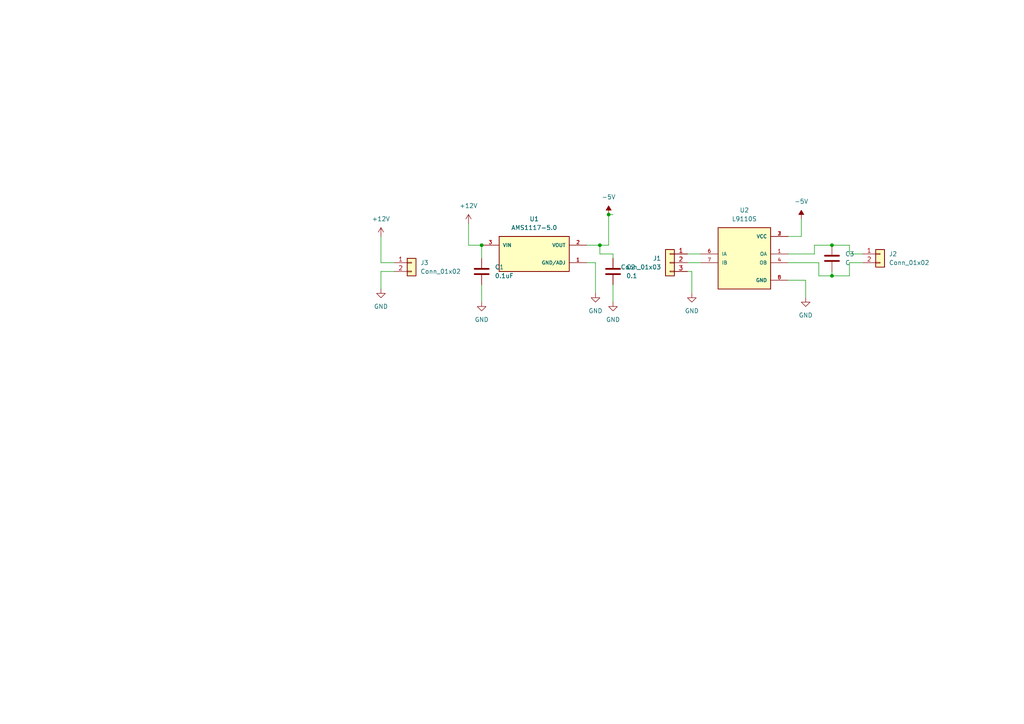
<source format=kicad_sch>
(kicad_sch (version 20230121) (generator eeschema)
  (paper "A4")
  (lib_symbols
    (symbol "AMS1117-5.0:AMS1117-5.0" (pin_names (offset 1.016))
      (property "Reference" "U" (at -10.16 5.5921 0))
      (property "Value" "AMS1117-5.0" (at -10.16 -8.1379 0))
      (symbol "AMS1117-5.0_0_0"
        (rectangle (start -10.16 -5.08) (end 10.16 5.08) (stroke (width 0.254)) (fill (type background)))
        (pin power_in line (at 15.24 -2.54 180) (length 5.08) (name "GND/ADJ") (number "1"))
        (pin output line (at 15.24 2.54 180) (length 5.08) (name "VOUT") (number "2"))
        (pin input line (at -15.24 2.54 0) (length 5.08) (name "VIN") (number "3"))
      )
    )
    (symbol "Connector_Generic:Conn_01x02" (pin_names (offset 1.016) hide)
      (property "Reference" "J" (at 0 2.54 0))
      (property "Value" "Conn_01x02" (at 0 -5.08 0))
      (symbol "Conn_01x02_1_1"
        (rectangle (start -1.27 -2.413) (end 0 -2.667) (stroke (width 0.1524)))
        (rectangle (start -1.27 0.127) (end 0 -0.127) (stroke (width 0.1524)))
        (rectangle (start -1.27 1.27) (end 1.27 -3.81) (stroke (width 0.254)) (fill (type background)))
        (pin passive line (at -5.08 0 0) (length 3.81) (name "Pin_1") (number "1"))
        (pin passive line (at -5.08 -2.54 0) (length 3.81) (name "Pin_2") (number "2"))
      )
    )
    (symbol "Connector_Generic:Conn_01x03" (pin_names (offset 1.016) hide)
      (property "Reference" "J" (at 0 5.08 0))
      (property "Value" "Conn_01x03" (at 0 -5.08 0))
      (symbol "Conn_01x03_1_1"
        (rectangle (start -1.27 -2.413) (end 0 -2.667) (stroke (width 0.1524)))
        (rectangle (start -1.27 0.127) (end 0 -0.127) (stroke (width 0.1524)))
        (rectangle (start -1.27 2.667) (end 0 2.413) (stroke (width 0.1524)))
        (rectangle (start -1.27 3.81) (end 1.27 -3.81) (stroke (width 0.254)) (fill (type background)))
        (pin passive line (at -5.08 2.54 0) (length 3.81) (name "Pin_1") (number "1"))
        (pin passive line (at -5.08 0 0) (length 3.81) (name "Pin_2") (number "2"))
        (pin passive line (at -5.08 -2.54 0) (length 3.81) (name "Pin_3") (number "3"))
      )
    )
    (symbol "Device:C" (pin_numbers hide) (pin_names (offset 0.254))
      (property "Reference" "C" (at 0.635 2.54 0))
      (property "Value" "C" (at 0.635 -2.54 0))
      (symbol "C_0_1"
        (polyline (pts (xy -2.032 -0.762) (xy 2.032 -0.762)) (stroke (width 0.508)))
        (polyline (pts (xy -2.032 0.762) (xy 2.032 0.762)) (stroke (width 0.508)))
      )
      (symbol "C_1_1"
        (pin passive line (at 0 3.81 270) (length 2.794) (name "~") (number "1"))
        (pin passive line (at 0 -3.81 90) (length 2.794) (name "~") (number "2"))
      )
    )
    (symbol "L9110S:L9110S" (pin_names (offset 1.016))
      (property "Reference" "U" (at -7.62 10.922 0))
      (property "Value" "L9110S" (at -7.62 -10.16 0))
      (symbol "L9110S_0_0"
        (rectangle (start -7.62 -7.62) (end 7.62 10.16) (stroke (width 0.254)) (fill (type background)))
        (pin output line (at 12.7 2.54 180) (length 5.08) (name "OA") (number "1"))
        (pin power_in line (at 12.7 7.62 180) (length 5.08) (name "VCC") (number "2"))
        (pin power_in line (at 12.7 7.62 180) (length 5.08) (name "VCC") (number "3"))
        (pin output line (at 12.7 0 180) (length 5.08) (name "OB") (number "4"))
        (pin power_in line (at 12.7 -5.08 180) (length 5.08) (name "GND") (number "5"))
        (pin input line (at -12.7 2.54 0) (length 5.08) (name "IA") (number "6"))
        (pin input line (at -12.7 0 0) (length 5.08) (name "IB") (number "7"))
        (pin power_in line (at 12.7 -5.08 180) (length 5.08) (name "GND") (number "8"))
      )
    )
    (symbol "power:+12V" (power) (pin_names (offset 0))
      (property "Value" "+12V" (at 0 3.556 0))
      (symbol "+12V_0_1"
        (polyline (pts (xy -0.762 1.27) (xy 0 2.54)))
        (polyline (pts (xy 0 0) (xy 0 2.54)))
        (polyline (pts (xy 0 2.54) (xy 0.762 1.27)))
      )
      (symbol "+12V_1_1"
        (pin power_in line (at 0 0 90) (length 0) hide (name "+12V") (number "1"))
      )
    )
    (symbol "power:-5V" (power) (pin_names (offset 0))
      (property "Value" "-5V" (at 0 3.81 0))
      (symbol "-5V_0_0"
        (pin power_in line (at 0 0 90) (length 0) hide (name "-5V") (number "1"))
      )
      (symbol "-5V_0_1"
        (polyline (pts (xy 0 0) (xy 0 1.27) (xy 0.762 1.27) (xy 0 2.54) (xy -0.762 1.27) (xy 0 1.27)) (fill (type outline)))
      )
    )
    (symbol "power:GND" (power) (pin_names (offset 0))
      (property "Value" "GND" (at 0 -3.81 0))
      (symbol "GND_0_1"
        (polyline (pts (xy 0 0) (xy 0 -1.27) (xy 1.27 -1.27) (xy 0 -2.54) (xy -1.27 -1.27) (xy 0 -1.27)))
      )
      (symbol "GND_1_1"
        (pin power_in line (at 0 0 270) (length 0) hide (name "GND") (number "1"))
      )
    )
  )
  (junction (at 241.3 80.01))
  (junction (at 176.53 62.23))
  (junction (at 139.7 71.12))
  (junction (at 173.99 71.12))
  (junction (at 241.3 71.12))
  (wire (pts (xy 177.8 74.93) (xy 177.8 73.66)))
  (wire (pts (xy 199.39 78.74) (xy 200.66 78.74)))
  (wire (pts (xy 114.3 76.2) (xy 110.49 76.2)))
  (wire (pts (xy 241.3 80.01) (xy 246.38 80.01)))
  (wire (pts (xy 170.18 71.12) (xy 173.99 71.12)))
  (wire (pts (xy 246.38 76.2) (xy 250.19 76.2)))
  (wire (pts (xy 110.49 68.58) (xy 110.49 76.2)))
  (wire (pts (xy 237.49 80.01) (xy 241.3 80.01)))
  (wire (pts (xy 228.6 68.58) (xy 232.41 68.58)))
  (wire (pts (xy 173.99 71.12) (xy 176.53 71.12)))
  (wire (pts (xy 177.8 82.55) (xy 177.8 87.63)))
  (wire (pts (xy 236.22 73.66) (xy 236.22 71.12)))
  (wire (pts (xy 233.68 81.28) (xy 233.68 86.36)))
  (wire (pts (xy 172.72 76.2) (xy 172.72 85.09)))
  (wire (pts (xy 246.38 73.66) (xy 250.19 73.66)))
  (wire (pts (xy 228.6 81.28) (xy 233.68 81.28)))
  (wire (pts (xy 173.99 73.66) (xy 173.99 71.12)))
  (wire (pts (xy 246.38 80.01) (xy 246.38 76.2)))
  (wire (pts (xy 176.53 62.23) (xy 177.8 62.23)))
  (wire (pts (xy 199.39 73.66) (xy 203.2 73.66)))
  (wire (pts (xy 135.89 71.12) (xy 139.7 71.12)))
  (wire (pts (xy 139.7 82.55) (xy 139.7 87.63)))
  (wire (pts (xy 246.38 71.12) (xy 246.38 73.66)))
  (wire (pts (xy 114.3 78.74) (xy 110.49 78.74)))
  (wire (pts (xy 110.49 78.74) (xy 110.49 83.82)))
  (wire (pts (xy 199.39 76.2) (xy 203.2 76.2)))
  (wire (pts (xy 228.6 76.2) (xy 237.49 76.2)))
  (wire (pts (xy 237.49 76.2) (xy 237.49 80.01)))
  (wire (pts (xy 135.89 64.77) (xy 135.89 71.12)))
  (wire (pts (xy 176.53 71.12) (xy 176.53 62.23)))
  (wire (pts (xy 177.8 73.66) (xy 173.99 73.66)))
  (wire (pts (xy 139.7 71.12) (xy 139.7 74.93)))
  (wire (pts (xy 228.6 73.66) (xy 236.22 73.66)))
  (wire (pts (xy 241.3 78.74) (xy 241.3 80.01)))
  (wire (pts (xy 236.22 71.12) (xy 241.3 71.12)))
  (wire (pts (xy 232.41 68.58) (xy 232.41 63.5)))
  (wire (pts (xy 200.66 78.74) (xy 200.66 85.09)))
  (wire (pts (xy 170.18 76.2) (xy 172.72 76.2)))
  (wire (pts (xy 241.3 71.12) (xy 246.38 71.12)))
  (symbol (lib_id "power:GND") (at 177.8 87.63 0) (unit 1)
    (property "Reference" "#PWR07" (effects hide))
    (property "Value" "GND" (at 177.8 92.71 0))
  )
  (symbol (lib_id "AMS1117-5.0:AMS1117-5.0") (at 154.94 73.66 0) (unit 1)
    (property "Reference" "U1" (at 154.94 63.5 0))
    (property "Value" "AMS1117-5.0" (at 154.94 66.04 0))
    (property "Footprint" "AMS1117-5.0:SOT229P700X180-4N" (effects hide))
    (property "MF" "ams" (effects hide))
    (property "MAXIMUM_PACKAGE_HEIGHT" "1.80mm" (effects hide))
    (property "Package" "SOT-223 Seeed Technology" (effects hide))
    (property "Price" "None" (effects hide))
    (property "Check_prices" "https://www.snapeda.com/parts/AMS1117-5.0/ams/view-part/?ref=eda" (effects hide))
    (property "STANDARD" "IPC-7351B" (effects hide))
    (property "PARTREV" "N/A" (effects hide))
    (property "SnapEDA_Link" "https://www.snapeda.com/parts/AMS1117-5.0/ams/view-part/?ref=snap" (effects hide))
    (property "MP" "AMS1117-5.0" (effects hide))
    (property "Description" "\n1A LOW DROPOUT VOLTAGE REGULATOR\n" (effects hide))
    (property "Availability" "Not in stock" (effects hide))
    (property "MANUFACTURER" "Advanced Monolithic Systems" (effects hide))
  )
  (symbol (lib_id "Connector_Generic:Conn_01x02") (at 119.38 76.2 0) (unit 1)
    (property "Reference" "J3" (at 121.92 76.2 0) (effects (justify left)))
    (property "Value" "Conn_01x02" (at 121.92 78.74 0) (effects (justify left)))
    (property "Footprint" "Connector_PinHeader_2.54mm:PinHeader_1x02_P2.54mm_Vertical" (effects hide))
  )
  (symbol (lib_id "power:GND") (at 200.66 85.09 0) (unit 1)
    (property "Reference" "#PWR010" (effects hide))
    (property "Value" "GND" (at 200.66 90.17 0))
  )
  (symbol (lib_id "power:GND") (at 110.49 83.82 0) (unit 1)
    (property "Reference" "#PWR02" (effects hide))
    (property "Value" "GND" (at 110.49 88.9 0))
  )
  (symbol (lib_id "power:+12V") (at 110.49 68.58 0) (unit 1)
    (property "Reference" "#PWR01" (effects hide))
    (property "Value" "+12V" (at 110.49 63.5 0))
  )
  (symbol (lib_id "Connector_Generic:Conn_01x02") (at 255.27 73.66 0) (unit 1)
    (property "Reference" "J2" (at 257.81 73.66 0) (effects (justify left)))
    (property "Value" "Conn_01x02" (at 257.81 76.2 0) (effects (justify left)))
    (property "Footprint" "Connector_PinHeader_2.54mm:PinHeader_1x02_P2.54mm_Vertical" (effects hide))
  )
  (symbol (lib_id "power:+12V") (at 135.89 64.77 0) (unit 1)
    (property "Reference" "#PWR04" (effects hide))
    (property "Value" "+12V" (at 135.89 59.69 0))
  )
  (symbol (lib_id "power:GND") (at 233.68 86.36 0) (unit 1)
    (property "Reference" "#PWR09" (effects hide))
    (property "Value" "GND" (at 233.68 91.44 0))
  )
  (symbol (lib_id "Device:C") (at 241.3 74.93 0) (unit 1)
    (property "Reference" "C3" (at 245.11 73.66 0) (effects (justify left)))
    (property "Value" "C" (at 245.11 76.2 0) (effects (justify left)))
    (property "Footprint" "Capacitor_SMD:C_0603_1608Metric" (effects hide))
  )
  (symbol (lib_id "Device:C") (at 139.7 78.74 0) (unit 1)
    (property "Reference" "C1" (at 143.51 77.47 0) (effects (justify left)))
    (property "Value" "0.1uF" (at 143.51 80.01 0) (effects (justify left)))
    (property "Footprint" "Capacitor_SMD:C_0603_1608Metric" (effects hide))
  )
  (symbol (lib_id "Device:C") (at 177.8 78.74 0) (unit 1)
    (property "Reference" "C2" (at 181.61 77.47 0) (effects (justify left)))
    (property "Value" "0.1" (at 181.61 80.01 0) (effects (justify left)))
    (property "Footprint" "Capacitor_SMD:C_0603_1608Metric" (effects hide))
  )
  (symbol (lib_id "Connector_Generic:Conn_01x03") (at 194.31 76.2 0) (mirror y) (unit 1)
    (property "Reference" "J1" (at 191.77 74.93 0) (effects (justify left)))
    (property "Value" "Conn_01x03" (at 191.77 77.47 0) (effects (justify left)))
  )
  (symbol (lib_id "L9110S:L9110S") (at 215.9 76.2 0) (unit 1)
    (property "Reference" "U2" (at 215.9 60.96 0))
    (property "Value" "L9110S" (at 215.9 63.5 0))
    (property "Footprint" "L9110S:SOIC127P599X172-8N" (effects hide))
    (property "MF" "UMW" (effects hide))
    (property "MAXIMUM_PACKAGE_HEIGHT" "1.7272mm" (effects hide))
    (property "Package" "None" (effects hide))
    (property "Price" "None" (effects hide))
    (property "Check_prices" "https://www.snapeda.com/parts/L9110S/Umwelt+Sensor+Teknik/view-part/?ref=eda" (effects hide))
    (property "STANDARD" "IPC-7351B" (effects hide))
    (property "PARTREV" "NA" (effects hide))
    (property "SnapEDA_Link" "https://www.snapeda.com/parts/L9110S/Umwelt+Sensor+Teknik/view-part/?ref=snap" (effects hide))
    (property "MP" "L9110S" (effects hide))
    (property "Description" "\nBipolar Motor Driver CMOS 8-SOP\n" (effects hide))
    (property "Availability" "In Stock" (effects hide))
    (property "MANUFACTURER" "UMW" (effects hide))
  )
  (symbol (lib_id "power:-5V") (at 176.53 62.23 0) (unit 1)
    (property "Reference" "#PWR05" (effects hide))
    (property "Value" "-5V" (at 176.53 57.15 0))
  )
  (symbol (lib_id "power:GND") (at 172.72 85.09 0) (unit 1)
    (property "Reference" "#PWR03" (effects hide))
    (property "Value" "GND" (at 172.72 90.17 0))
  )
  (symbol (lib_id "power:GND") (at 139.7 87.63 0) (unit 1)
    (property "Reference" "#PWR06" (effects hide))
    (property "Value" "GND" (at 139.7 92.71 0))
  )
  (symbol (lib_id "power:-5V") (at 232.41 63.5 0) (unit 1)
    (property "Reference" "#PWR08" (effects hide))
    (property "Value" "-5V" (at 232.41 58.42 0))
  )
)
</source>
